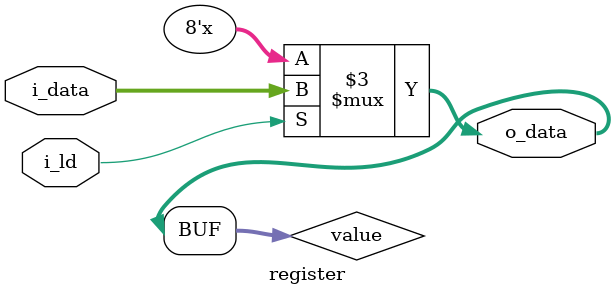
<source format=sv>
module register #(parameter BITS = 8) (
    input  wire            i_ld, 
    input  wire [BITS-1:0] i_data, 
    output wire [BITS-1:0] o_data
);

reg [BITS-1:0] value;

initial value <= 0;

always @(*) begin
    if(i_ld) value <= i_data;    
end    

assign o_data = value;

endmodule

</source>
